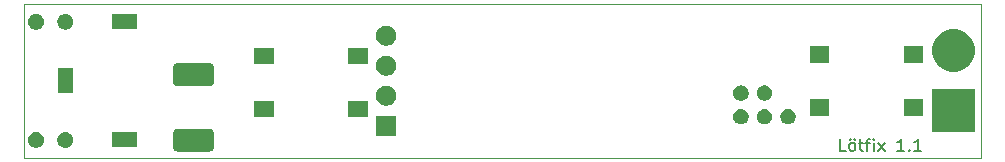
<source format=gbr>
G04 #@! TF.GenerationSoftware,KiCad,Pcbnew,(5.1.5-0-10_14)*
G04 #@! TF.CreationDate,2021-02-26T10:59:33+01:00*
G04 #@! TF.ProjectId,L_tfix,4cf67466-6978-42e6-9b69-6361645f7063,rev?*
G04 #@! TF.SameCoordinates,Original*
G04 #@! TF.FileFunction,Soldermask,Top*
G04 #@! TF.FilePolarity,Negative*
%FSLAX46Y46*%
G04 Gerber Fmt 4.6, Leading zero omitted, Abs format (unit mm)*
G04 Created by KiCad (PCBNEW (5.1.5-0-10_14)) date 2021-02-26 10:59:33*
%MOMM*%
%LPD*%
G04 APERTURE LIST*
%ADD10C,0.200000*%
%ADD11C,0.050000*%
%ADD12C,0.150000*%
G04 APERTURE END LIST*
D10*
X90553628Y-32390380D02*
X90077438Y-32390380D01*
X90077438Y-31390380D01*
X91029819Y-32390380D02*
X90934580Y-32342761D01*
X90886961Y-32295142D01*
X90839342Y-32199904D01*
X90839342Y-31914190D01*
X90886961Y-31818952D01*
X90934580Y-31771333D01*
X91029819Y-31723714D01*
X91172676Y-31723714D01*
X91267914Y-31771333D01*
X91315533Y-31818952D01*
X91363152Y-31914190D01*
X91363152Y-32199904D01*
X91315533Y-32295142D01*
X91267914Y-32342761D01*
X91172676Y-32390380D01*
X91029819Y-32390380D01*
X90934580Y-31390380D02*
X90982200Y-31438000D01*
X90934580Y-31485619D01*
X90886961Y-31438000D01*
X90934580Y-31390380D01*
X90934580Y-31485619D01*
X91315533Y-31390380D02*
X91363152Y-31438000D01*
X91315533Y-31485619D01*
X91267914Y-31438000D01*
X91315533Y-31390380D01*
X91315533Y-31485619D01*
X91648866Y-31723714D02*
X92029819Y-31723714D01*
X91791723Y-31390380D02*
X91791723Y-32247523D01*
X91839342Y-32342761D01*
X91934580Y-32390380D01*
X92029819Y-32390380D01*
X92220295Y-31723714D02*
X92601247Y-31723714D01*
X92363152Y-32390380D02*
X92363152Y-31533238D01*
X92410771Y-31438000D01*
X92506009Y-31390380D01*
X92601247Y-31390380D01*
X92934580Y-32390380D02*
X92934580Y-31723714D01*
X92934580Y-31390380D02*
X92886961Y-31438000D01*
X92934580Y-31485619D01*
X92982200Y-31438000D01*
X92934580Y-31390380D01*
X92934580Y-31485619D01*
X93315533Y-32390380D02*
X93839342Y-31723714D01*
X93315533Y-31723714D02*
X93839342Y-32390380D01*
X95506009Y-32390380D02*
X94934580Y-32390380D01*
X95220295Y-32390380D02*
X95220295Y-31390380D01*
X95125057Y-31533238D01*
X95029819Y-31628476D01*
X94934580Y-31676095D01*
X95934580Y-32295142D02*
X95982200Y-32342761D01*
X95934580Y-32390380D01*
X95886961Y-32342761D01*
X95934580Y-32295142D01*
X95934580Y-32390380D01*
X96934580Y-32390380D02*
X96363152Y-32390380D01*
X96648866Y-32390380D02*
X96648866Y-31390380D01*
X96553628Y-31533238D01*
X96458390Y-31628476D01*
X96363152Y-31676095D01*
D11*
X21000000Y-30000000D02*
X21000000Y-33000000D01*
X21000000Y-23000000D02*
X21000000Y-30000000D01*
X21000000Y-20000000D02*
X21000000Y-23000000D01*
X102000000Y-20000000D02*
X21000000Y-20000000D01*
X102000000Y-20000000D02*
X102000000Y-33000000D01*
X21000000Y-33000000D02*
X102000000Y-33000000D01*
D12*
G36*
X36749991Y-30526369D02*
G01*
X36829701Y-30550548D01*
X36903160Y-30589813D01*
X36967547Y-30642653D01*
X37020387Y-30707040D01*
X37059652Y-30780499D01*
X37083831Y-30860209D01*
X37092600Y-30949240D01*
X37092600Y-32037960D01*
X37083831Y-32126991D01*
X37059652Y-32206701D01*
X37020387Y-32280160D01*
X36967547Y-32344547D01*
X36903160Y-32397387D01*
X36829701Y-32436652D01*
X36749991Y-32460831D01*
X36660960Y-32469600D01*
X34022240Y-32469600D01*
X33933209Y-32460831D01*
X33853499Y-32436652D01*
X33780040Y-32397387D01*
X33715653Y-32344547D01*
X33662813Y-32280160D01*
X33623548Y-32206701D01*
X33599369Y-32126991D01*
X33590600Y-32037960D01*
X33590600Y-30949240D01*
X33599369Y-30860209D01*
X33623548Y-30780499D01*
X33662813Y-30707040D01*
X33715653Y-30642653D01*
X33780040Y-30589813D01*
X33853499Y-30550548D01*
X33933209Y-30526369D01*
X34022240Y-30517600D01*
X36660960Y-30517600D01*
X36749991Y-30526369D01*
G37*
G36*
X22139248Y-30808119D02*
G01*
X22182782Y-30816778D01*
X22305806Y-30867736D01*
X22416525Y-30941716D01*
X22510684Y-31035875D01*
X22584664Y-31146594D01*
X22635622Y-31269618D01*
X22661600Y-31400220D01*
X22661600Y-31533380D01*
X22635622Y-31663982D01*
X22584664Y-31787006D01*
X22510684Y-31897725D01*
X22416525Y-31991884D01*
X22305806Y-32065864D01*
X22182782Y-32116822D01*
X22139248Y-32125481D01*
X22052182Y-32142800D01*
X21919018Y-32142800D01*
X21831952Y-32125481D01*
X21788418Y-32116822D01*
X21665394Y-32065864D01*
X21554675Y-31991884D01*
X21460516Y-31897725D01*
X21386536Y-31787006D01*
X21335578Y-31663982D01*
X21309600Y-31533380D01*
X21309600Y-31400220D01*
X21335578Y-31269618D01*
X21386536Y-31146594D01*
X21460516Y-31035875D01*
X21554675Y-30941716D01*
X21665394Y-30867736D01*
X21788418Y-30816778D01*
X21831952Y-30808119D01*
X21919018Y-30790800D01*
X22052182Y-30790800D01*
X22139248Y-30808119D01*
G37*
G36*
X24639248Y-30808119D02*
G01*
X24682782Y-30816778D01*
X24805806Y-30867736D01*
X24916525Y-30941716D01*
X25010684Y-31035875D01*
X25084664Y-31146594D01*
X25135622Y-31269618D01*
X25161600Y-31400220D01*
X25161600Y-31533380D01*
X25135622Y-31663982D01*
X25084664Y-31787006D01*
X25010684Y-31897725D01*
X24916525Y-31991884D01*
X24805806Y-32065864D01*
X24682782Y-32116822D01*
X24639248Y-32125481D01*
X24552182Y-32142800D01*
X24419018Y-32142800D01*
X24331952Y-32125481D01*
X24288418Y-32116822D01*
X24165394Y-32065864D01*
X24054675Y-31991884D01*
X23960516Y-31897725D01*
X23886536Y-31787006D01*
X23835578Y-31663982D01*
X23809600Y-31533380D01*
X23809600Y-31400220D01*
X23835578Y-31269618D01*
X23886536Y-31146594D01*
X23960516Y-31035875D01*
X24054675Y-30941716D01*
X24165394Y-30867736D01*
X24288418Y-30816778D01*
X24331952Y-30808119D01*
X24419018Y-30790800D01*
X24552182Y-30790800D01*
X24639248Y-30808119D01*
G37*
G36*
X30536600Y-32117800D02*
G01*
X28434600Y-32117800D01*
X28434600Y-30815800D01*
X30536600Y-30815800D01*
X30536600Y-32117800D01*
G37*
G36*
X52491000Y-31122760D02*
G01*
X50789000Y-31122760D01*
X50789000Y-29420760D01*
X52491000Y-29420760D01*
X52491000Y-31122760D01*
G37*
G36*
X101475780Y-30797740D02*
G01*
X97873660Y-30797740D01*
X97873660Y-27195620D01*
X101475780Y-27195620D01*
X101475780Y-30797740D01*
G37*
G36*
X81862610Y-28888097D02*
G01*
X81981084Y-28937171D01*
X82087708Y-29008415D01*
X82178385Y-29099092D01*
X82249629Y-29205716D01*
X82298703Y-29324190D01*
X82323720Y-29449962D01*
X82323720Y-29578198D01*
X82298703Y-29703970D01*
X82249629Y-29822444D01*
X82178385Y-29929068D01*
X82087708Y-30019745D01*
X81981084Y-30090989D01*
X81981083Y-30090990D01*
X81981082Y-30090990D01*
X81862610Y-30140063D01*
X81736839Y-30165080D01*
X81608601Y-30165080D01*
X81482830Y-30140063D01*
X81364358Y-30090990D01*
X81364357Y-30090990D01*
X81364356Y-30090989D01*
X81257732Y-30019745D01*
X81167055Y-29929068D01*
X81095811Y-29822444D01*
X81046737Y-29703970D01*
X81021720Y-29578198D01*
X81021720Y-29449962D01*
X81046737Y-29324190D01*
X81095811Y-29205716D01*
X81167055Y-29099092D01*
X81257732Y-29008415D01*
X81364356Y-28937171D01*
X81482830Y-28888097D01*
X81608601Y-28863080D01*
X81736839Y-28863080D01*
X81862610Y-28888097D01*
G37*
G36*
X85862610Y-28888097D02*
G01*
X85981084Y-28937171D01*
X86087708Y-29008415D01*
X86178385Y-29099092D01*
X86249629Y-29205716D01*
X86298703Y-29324190D01*
X86323720Y-29449962D01*
X86323720Y-29578198D01*
X86298703Y-29703970D01*
X86249629Y-29822444D01*
X86178385Y-29929068D01*
X86087708Y-30019745D01*
X85981084Y-30090989D01*
X85981083Y-30090990D01*
X85981082Y-30090990D01*
X85862610Y-30140063D01*
X85736839Y-30165080D01*
X85608601Y-30165080D01*
X85482830Y-30140063D01*
X85364358Y-30090990D01*
X85364357Y-30090990D01*
X85364356Y-30090989D01*
X85257732Y-30019745D01*
X85167055Y-29929068D01*
X85095811Y-29822444D01*
X85046737Y-29703970D01*
X85021720Y-29578198D01*
X85021720Y-29449962D01*
X85046737Y-29324190D01*
X85095811Y-29205716D01*
X85167055Y-29099092D01*
X85257732Y-29008415D01*
X85364356Y-28937171D01*
X85482830Y-28888097D01*
X85608601Y-28863080D01*
X85736839Y-28863080D01*
X85862610Y-28888097D01*
G37*
G36*
X83862610Y-28888097D02*
G01*
X83981084Y-28937171D01*
X84087708Y-29008415D01*
X84178385Y-29099092D01*
X84249629Y-29205716D01*
X84298703Y-29324190D01*
X84323720Y-29449962D01*
X84323720Y-29578198D01*
X84298703Y-29703970D01*
X84249629Y-29822444D01*
X84178385Y-29929068D01*
X84087708Y-30019745D01*
X83981084Y-30090989D01*
X83981083Y-30090990D01*
X83981082Y-30090990D01*
X83862610Y-30140063D01*
X83736839Y-30165080D01*
X83608601Y-30165080D01*
X83482830Y-30140063D01*
X83364358Y-30090990D01*
X83364357Y-30090990D01*
X83364356Y-30090989D01*
X83257732Y-30019745D01*
X83167055Y-29929068D01*
X83095811Y-29822444D01*
X83046737Y-29703970D01*
X83021720Y-29578198D01*
X83021720Y-29449962D01*
X83046737Y-29324190D01*
X83095811Y-29205716D01*
X83167055Y-29099092D01*
X83257732Y-29008415D01*
X83364356Y-28937171D01*
X83482830Y-28888097D01*
X83608601Y-28863080D01*
X83736839Y-28863080D01*
X83862610Y-28888097D01*
G37*
G36*
X42136800Y-29564720D02*
G01*
X40484800Y-29564720D01*
X40484800Y-28162720D01*
X42136800Y-28162720D01*
X42136800Y-29564720D01*
G37*
G36*
X50086800Y-29564720D02*
G01*
X48434800Y-29564720D01*
X48434800Y-28162720D01*
X50086800Y-28162720D01*
X50086800Y-29564720D01*
G37*
G36*
X97101000Y-29451000D02*
G01*
X95449000Y-29451000D01*
X95449000Y-28049000D01*
X97101000Y-28049000D01*
X97101000Y-29451000D01*
G37*
G36*
X89151000Y-29451000D02*
G01*
X87499000Y-29451000D01*
X87499000Y-28049000D01*
X89151000Y-28049000D01*
X89151000Y-29451000D01*
G37*
G36*
X51888228Y-26913463D02*
G01*
X52043100Y-26977613D01*
X52182481Y-27070745D01*
X52301015Y-27189279D01*
X52394147Y-27328660D01*
X52458297Y-27483532D01*
X52491000Y-27647944D01*
X52491000Y-27815576D01*
X52458297Y-27979988D01*
X52394147Y-28134860D01*
X52301015Y-28274241D01*
X52182481Y-28392775D01*
X52043100Y-28485907D01*
X51888228Y-28550057D01*
X51723816Y-28582760D01*
X51556184Y-28582760D01*
X51391772Y-28550057D01*
X51236900Y-28485907D01*
X51097519Y-28392775D01*
X50978985Y-28274241D01*
X50885853Y-28134860D01*
X50821703Y-27979988D01*
X50789000Y-27815576D01*
X50789000Y-27647944D01*
X50821703Y-27483532D01*
X50885853Y-27328660D01*
X50978985Y-27189279D01*
X51097519Y-27070745D01*
X51236900Y-26977613D01*
X51391772Y-26913463D01*
X51556184Y-26880760D01*
X51723816Y-26880760D01*
X51888228Y-26913463D01*
G37*
G36*
X83862610Y-26888097D02*
G01*
X83938665Y-26919600D01*
X83981084Y-26937171D01*
X84087708Y-27008415D01*
X84178385Y-27099092D01*
X84249629Y-27205716D01*
X84298703Y-27324190D01*
X84323720Y-27449962D01*
X84323720Y-27578198D01*
X84298703Y-27703970D01*
X84249629Y-27822444D01*
X84178385Y-27929068D01*
X84087708Y-28019745D01*
X83981084Y-28090989D01*
X83981083Y-28090990D01*
X83981082Y-28090990D01*
X83862610Y-28140063D01*
X83736839Y-28165080D01*
X83608601Y-28165080D01*
X83482830Y-28140063D01*
X83364358Y-28090990D01*
X83364357Y-28090990D01*
X83364356Y-28090989D01*
X83257732Y-28019745D01*
X83167055Y-27929068D01*
X83095811Y-27822444D01*
X83046737Y-27703970D01*
X83021720Y-27578198D01*
X83021720Y-27449962D01*
X83046737Y-27324190D01*
X83095811Y-27205716D01*
X83167055Y-27099092D01*
X83257732Y-27008415D01*
X83364356Y-26937171D01*
X83406776Y-26919600D01*
X83482830Y-26888097D01*
X83608601Y-26863080D01*
X83736839Y-26863080D01*
X83862610Y-26888097D01*
G37*
G36*
X81862610Y-26888097D02*
G01*
X81938665Y-26919600D01*
X81981084Y-26937171D01*
X82087708Y-27008415D01*
X82178385Y-27099092D01*
X82249629Y-27205716D01*
X82298703Y-27324190D01*
X82323720Y-27449962D01*
X82323720Y-27578198D01*
X82298703Y-27703970D01*
X82249629Y-27822444D01*
X82178385Y-27929068D01*
X82087708Y-28019745D01*
X81981084Y-28090989D01*
X81981083Y-28090990D01*
X81981082Y-28090990D01*
X81862610Y-28140063D01*
X81736839Y-28165080D01*
X81608601Y-28165080D01*
X81482830Y-28140063D01*
X81364358Y-28090990D01*
X81364357Y-28090990D01*
X81364356Y-28090989D01*
X81257732Y-28019745D01*
X81167055Y-27929068D01*
X81095811Y-27822444D01*
X81046737Y-27703970D01*
X81021720Y-27578198D01*
X81021720Y-27449962D01*
X81046737Y-27324190D01*
X81095811Y-27205716D01*
X81167055Y-27099092D01*
X81257732Y-27008415D01*
X81364356Y-26937171D01*
X81406776Y-26919600D01*
X81482830Y-26888097D01*
X81608601Y-26863080D01*
X81736839Y-26863080D01*
X81862610Y-26888097D01*
G37*
G36*
X25136600Y-27517800D02*
G01*
X23834600Y-27517800D01*
X23834600Y-25415800D01*
X25136600Y-25415800D01*
X25136600Y-27517800D01*
G37*
G36*
X36749991Y-24976369D02*
G01*
X36829701Y-25000548D01*
X36903160Y-25039813D01*
X36967547Y-25092653D01*
X37020387Y-25157040D01*
X37059652Y-25230499D01*
X37083831Y-25310209D01*
X37092600Y-25399240D01*
X37092600Y-26487960D01*
X37083831Y-26576991D01*
X37059652Y-26656701D01*
X37020387Y-26730160D01*
X36967547Y-26794547D01*
X36903160Y-26847387D01*
X36829701Y-26886652D01*
X36749991Y-26910831D01*
X36660960Y-26919600D01*
X34022240Y-26919600D01*
X33933209Y-26910831D01*
X33853499Y-26886652D01*
X33780040Y-26847387D01*
X33715653Y-26794547D01*
X33662813Y-26730160D01*
X33623548Y-26656701D01*
X33599369Y-26576991D01*
X33590600Y-26487960D01*
X33590600Y-25399240D01*
X33599369Y-25310209D01*
X33623548Y-25230499D01*
X33662813Y-25157040D01*
X33715653Y-25092653D01*
X33780040Y-25039813D01*
X33853499Y-25000548D01*
X33933209Y-24976369D01*
X34022240Y-24967600D01*
X36660960Y-24967600D01*
X36749991Y-24976369D01*
G37*
G36*
X51888228Y-24373463D02*
G01*
X52043100Y-24437613D01*
X52182481Y-24530745D01*
X52301015Y-24649279D01*
X52394147Y-24788660D01*
X52458297Y-24943532D01*
X52491000Y-25107944D01*
X52491000Y-25275576D01*
X52458297Y-25439988D01*
X52394147Y-25594860D01*
X52301015Y-25734241D01*
X52182481Y-25852775D01*
X52043100Y-25945907D01*
X51888228Y-26010057D01*
X51723816Y-26042760D01*
X51556184Y-26042760D01*
X51391772Y-26010057D01*
X51236900Y-25945907D01*
X51097519Y-25852775D01*
X50978985Y-25734241D01*
X50885853Y-25594860D01*
X50821703Y-25439988D01*
X50789000Y-25275576D01*
X50789000Y-25107944D01*
X50821703Y-24943532D01*
X50885853Y-24788660D01*
X50978985Y-24649279D01*
X51097519Y-24530745D01*
X51236900Y-24437613D01*
X51391772Y-24373463D01*
X51556184Y-24340760D01*
X51723816Y-24340760D01*
X51888228Y-24373463D01*
G37*
G36*
X99863069Y-22117800D02*
G01*
X100200070Y-22184833D01*
X100527842Y-22320601D01*
X100822829Y-22517705D01*
X101073695Y-22768571D01*
X101270799Y-23063558D01*
X101406567Y-23391330D01*
X101475780Y-23739291D01*
X101475780Y-24094069D01*
X101406567Y-24442030D01*
X101270799Y-24769802D01*
X101073695Y-25064789D01*
X100822829Y-25315655D01*
X100527842Y-25512759D01*
X100200070Y-25648527D01*
X99901625Y-25707891D01*
X99852110Y-25717740D01*
X99497330Y-25717740D01*
X99447815Y-25707891D01*
X99149370Y-25648527D01*
X98821598Y-25512759D01*
X98526611Y-25315655D01*
X98275745Y-25064789D01*
X98078641Y-24769802D01*
X97942873Y-24442030D01*
X97873660Y-24094069D01*
X97873660Y-23739291D01*
X97942873Y-23391330D01*
X98078641Y-23063558D01*
X98275745Y-22768571D01*
X98526611Y-22517705D01*
X98821598Y-22320601D01*
X99149370Y-22184833D01*
X99486371Y-22117800D01*
X99497330Y-22115620D01*
X99852110Y-22115620D01*
X99863069Y-22117800D01*
G37*
G36*
X42136800Y-25064720D02*
G01*
X40484800Y-25064720D01*
X40484800Y-23662720D01*
X42136800Y-23662720D01*
X42136800Y-25064720D01*
G37*
G36*
X50086800Y-25064720D02*
G01*
X48434800Y-25064720D01*
X48434800Y-23662720D01*
X50086800Y-23662720D01*
X50086800Y-25064720D01*
G37*
G36*
X89151000Y-24951000D02*
G01*
X87499000Y-24951000D01*
X87499000Y-23549000D01*
X89151000Y-23549000D01*
X89151000Y-24951000D01*
G37*
G36*
X97101000Y-24951000D02*
G01*
X95449000Y-24951000D01*
X95449000Y-23549000D01*
X97101000Y-23549000D01*
X97101000Y-24951000D01*
G37*
G36*
X51888228Y-21833463D02*
G01*
X52043100Y-21897613D01*
X52182481Y-21990745D01*
X52301015Y-22109279D01*
X52394147Y-22248660D01*
X52458297Y-22403532D01*
X52491000Y-22567944D01*
X52491000Y-22735576D01*
X52458297Y-22899988D01*
X52394147Y-23054860D01*
X52301015Y-23194241D01*
X52182481Y-23312775D01*
X52043100Y-23405907D01*
X51888228Y-23470057D01*
X51723816Y-23502760D01*
X51556184Y-23502760D01*
X51391772Y-23470057D01*
X51236900Y-23405907D01*
X51097519Y-23312775D01*
X50978985Y-23194241D01*
X50885853Y-23054860D01*
X50821703Y-22899988D01*
X50789000Y-22735576D01*
X50789000Y-22567944D01*
X50821703Y-22403532D01*
X50885853Y-22248660D01*
X50978985Y-22109279D01*
X51097519Y-21990745D01*
X51236900Y-21897613D01*
X51391772Y-21833463D01*
X51556184Y-21800760D01*
X51723816Y-21800760D01*
X51888228Y-21833463D01*
G37*
G36*
X24639248Y-20808119D02*
G01*
X24682782Y-20816778D01*
X24805806Y-20867736D01*
X24916525Y-20941716D01*
X25010684Y-21035875D01*
X25084664Y-21146594D01*
X25135622Y-21269618D01*
X25161600Y-21400220D01*
X25161600Y-21533380D01*
X25135622Y-21663982D01*
X25084664Y-21787006D01*
X25010684Y-21897725D01*
X24916525Y-21991884D01*
X24805806Y-22065864D01*
X24682782Y-22116822D01*
X24639248Y-22125481D01*
X24552182Y-22142800D01*
X24419018Y-22142800D01*
X24331952Y-22125481D01*
X24288418Y-22116822D01*
X24165394Y-22065864D01*
X24054675Y-21991884D01*
X23960516Y-21897725D01*
X23886536Y-21787006D01*
X23835578Y-21663982D01*
X23809600Y-21533380D01*
X23809600Y-21400220D01*
X23835578Y-21269618D01*
X23886536Y-21146594D01*
X23960516Y-21035875D01*
X24054675Y-20941716D01*
X24165394Y-20867736D01*
X24288418Y-20816778D01*
X24331952Y-20808119D01*
X24419018Y-20790800D01*
X24552182Y-20790800D01*
X24639248Y-20808119D01*
G37*
G36*
X22139248Y-20808119D02*
G01*
X22182782Y-20816778D01*
X22305806Y-20867736D01*
X22416525Y-20941716D01*
X22510684Y-21035875D01*
X22584664Y-21146594D01*
X22635622Y-21269618D01*
X22661600Y-21400220D01*
X22661600Y-21533380D01*
X22635622Y-21663982D01*
X22584664Y-21787006D01*
X22510684Y-21897725D01*
X22416525Y-21991884D01*
X22305806Y-22065864D01*
X22182782Y-22116822D01*
X22139248Y-22125481D01*
X22052182Y-22142800D01*
X21919018Y-22142800D01*
X21831952Y-22125481D01*
X21788418Y-22116822D01*
X21665394Y-22065864D01*
X21554675Y-21991884D01*
X21460516Y-21897725D01*
X21386536Y-21787006D01*
X21335578Y-21663982D01*
X21309600Y-21533380D01*
X21309600Y-21400220D01*
X21335578Y-21269618D01*
X21386536Y-21146594D01*
X21460516Y-21035875D01*
X21554675Y-20941716D01*
X21665394Y-20867736D01*
X21788418Y-20816778D01*
X21831952Y-20808119D01*
X21919018Y-20790800D01*
X22052182Y-20790800D01*
X22139248Y-20808119D01*
G37*
G36*
X30536600Y-22117800D02*
G01*
X28434600Y-22117800D01*
X28434600Y-20815800D01*
X30536600Y-20815800D01*
X30536600Y-22117800D01*
G37*
M02*

</source>
